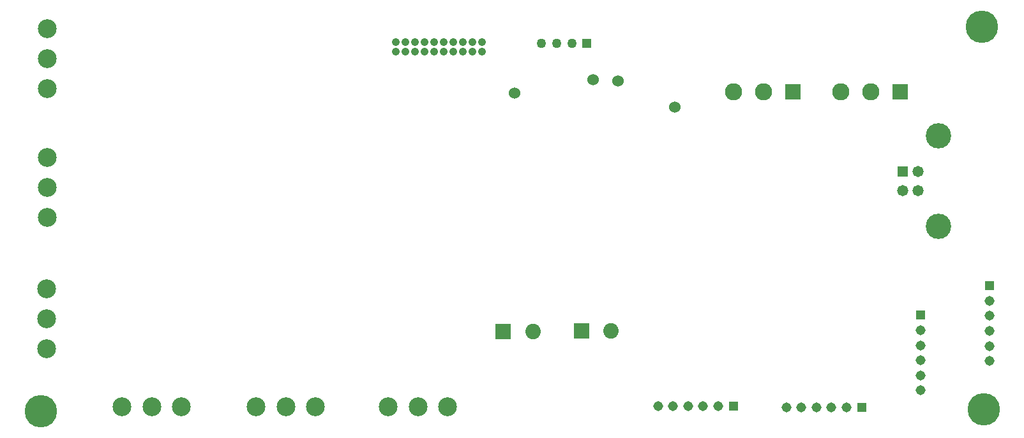
<source format=gbr>
%TF.GenerationSoftware,KiCad,Pcbnew,(7.0.0)*%
%TF.CreationDate,2023-03-10T09:33:02-07:00*%
%TF.ProjectId,L0005-Valve-Controller,4c303030-352d-4566-916c-76652d436f6e,1.0*%
%TF.SameCoordinates,Original*%
%TF.FileFunction,Soldermask,Bot*%
%TF.FilePolarity,Negative*%
%FSLAX46Y46*%
G04 Gerber Fmt 4.6, Leading zero omitted, Abs format (unit mm)*
G04 Created by KiCad (PCBNEW (7.0.0)) date 2023-03-10 09:33:02*
%MOMM*%
%LPD*%
G01*
G04 APERTURE LIST*
%ADD10C,1.524000*%
%ADD11R,1.478000X1.478000*%
%ADD12C,1.478000*%
%ADD13C,3.366000*%
%ADD14C,1.066800*%
%ADD15C,2.500000*%
%ADD16C,4.300000*%
%ADD17C,1.308000*%
%ADD18R,1.308000X1.308000*%
%ADD19R,2.050000X2.050000*%
%ADD20C,2.286000*%
%ADD21C,2.050000*%
%ADD22R,1.258000X1.258000*%
%ADD23C,1.258000*%
G04 APERTURE END LIST*
D10*
%TO.C,TP3*%
X145288000Y-82753200D03*
%TD*%
%TO.C,TP5*%
X137820400Y-79298800D03*
%TD*%
%TO.C,TP4*%
X134518400Y-79146400D03*
%TD*%
D11*
%TO.C,P17*%
X175588499Y-91332999D03*
D12*
X175588500Y-93833000D03*
X177588500Y-93833000D03*
X177588500Y-91333000D03*
D13*
X180298500Y-98603000D03*
X180298500Y-86563000D03*
%TD*%
D14*
%TO.C,P1*%
X108280200Y-75398250D03*
X108280200Y-74128250D03*
X109550200Y-75398250D03*
X109550200Y-74128250D03*
X110820200Y-75398250D03*
X110820200Y-74128250D03*
X112090200Y-75398250D03*
X112090200Y-74128250D03*
X113360200Y-75398250D03*
X113360200Y-74128250D03*
X114630200Y-75398250D03*
X114630200Y-74128250D03*
X115900200Y-75398250D03*
X115900200Y-74128250D03*
X117170200Y-75398250D03*
X117170200Y-74128250D03*
X118440200Y-75398250D03*
X118440200Y-74128250D03*
X119710200Y-75398250D03*
X119710200Y-74128250D03*
%TD*%
D15*
%TO.C,P3*%
X115212000Y-122555000D03*
X111252000Y-122555000D03*
X107292000Y-122555000D03*
%TD*%
%TO.C,P4*%
X97686000Y-122557000D03*
X93726000Y-122557000D03*
X89766000Y-122557000D03*
%TD*%
%TO.C,P5*%
X79906000Y-122555000D03*
X75946000Y-122555000D03*
X71986000Y-122555000D03*
%TD*%
%TO.C,P6*%
X61974000Y-114831000D03*
X61974000Y-110871000D03*
X61974000Y-106911000D03*
%TD*%
%TO.C,P8*%
X62101000Y-80287000D03*
X62101000Y-76327000D03*
X62101000Y-72367000D03*
%TD*%
%TO.C,P7*%
X62101000Y-97432000D03*
X62101000Y-93472000D03*
X62101000Y-89512000D03*
%TD*%
D16*
%TO.C,H2*%
X186283600Y-122936000D03*
%TD*%
D17*
%TO.C,P13*%
X187042400Y-116507500D03*
X187042400Y-114507500D03*
X187042400Y-112507500D03*
X187042400Y-110507500D03*
X187042400Y-108507500D03*
D18*
X187042399Y-106507499D03*
%TD*%
D16*
%TO.C,H3*%
X61214000Y-123190000D03*
%TD*%
D18*
%TO.C,P12*%
X177901599Y-110417599D03*
D17*
X177901600Y-112417600D03*
X177901600Y-114417600D03*
X177901600Y-116417600D03*
X177901600Y-118417600D03*
X177901600Y-120417600D03*
%TD*%
D18*
%TO.C,P10*%
X153080499Y-122526399D03*
D17*
X151080500Y-122526400D03*
X149080500Y-122526400D03*
X147080500Y-122526400D03*
X145080500Y-122526400D03*
X143080500Y-122526400D03*
%TD*%
D18*
%TO.C,P11*%
X170098499Y-122627999D03*
D17*
X168098500Y-122628000D03*
X166098500Y-122628000D03*
X164098500Y-122628000D03*
X162098500Y-122628000D03*
X160098500Y-122628000D03*
%TD*%
D19*
%TO.C,P14*%
X175249499Y-80717499D03*
D20*
X171289500Y-80717500D03*
X167329500Y-80717500D03*
%TD*%
D19*
%TO.C,P9*%
X122564299Y-112576499D03*
D21*
X126524300Y-112576500D03*
%TD*%
D22*
%TO.C,P2*%
X133657599Y-74281999D03*
D23*
X131657600Y-74282000D03*
X129657600Y-74282000D03*
X127657600Y-74282000D03*
%TD*%
D19*
%TO.C,P16*%
X132927499Y-112525699D03*
D21*
X136887500Y-112525700D03*
%TD*%
D16*
%TO.C,H1*%
X186029600Y-72085200D03*
%TD*%
D19*
%TO.C,P15*%
X161025499Y-80717499D03*
D20*
X157065500Y-80717500D03*
X153105500Y-80717500D03*
%TD*%
D10*
%TO.C,TP2*%
X124053600Y-80924400D03*
%TD*%
M02*

</source>
